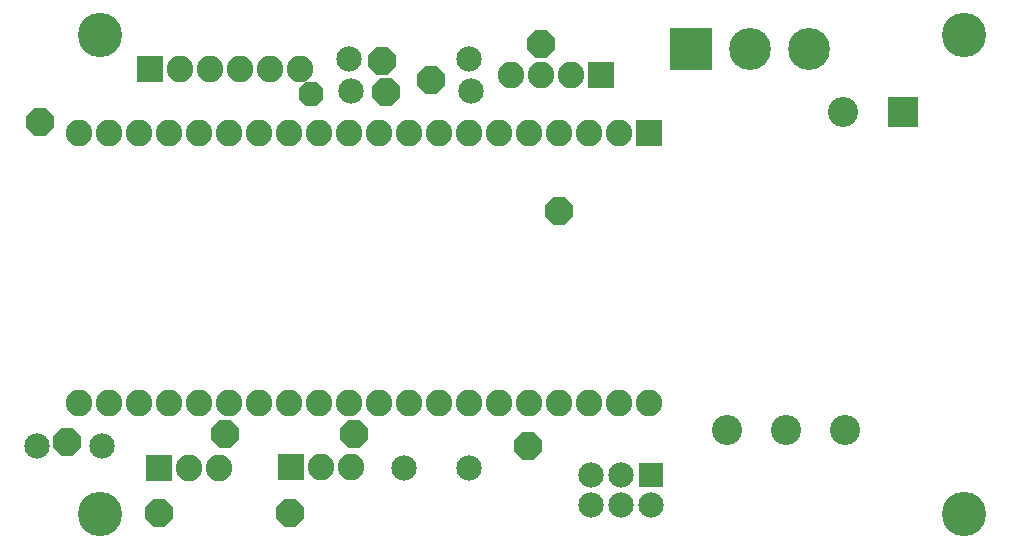
<source format=gbr>
G04 EasyPC Gerber Version 20.0.2 Build 4112 *
%FSLAX35Y35*%
%MOIN*%
%ADD93R,0.08474X0.08474*%
%ADD88R,0.08868X0.08868*%
%ADD86R,0.10049X0.10049*%
%ADD90R,0.13986X0.13986*%
%ADD92C,0.08474*%
%ADD89C,0.08868*%
%ADD87C,0.10049*%
%ADD91C,0.13986*%
%ADD85C,0.14773*%
%AMT95*0 Octagon Pad at angle 0*4,1,8,-0.01673,-0.04040,0.01673,-0.04040,0.04040,-0.01673,0.04040,0.01673,0.01673,0.04040,-0.01673,0.04040,-0.04040,0.01673,-0.04040,-0.01673,-0.01673,-0.04040,0*%
%ADD95T95*%
%AMT94*0 Octagon Pad at angle 0*4,1,8,-0.01917,-0.04631,0.01917,-0.04631,0.04631,-0.01917,0.04631,0.01917,0.01917,0.04631,-0.01917,0.04631,-0.04631,0.01917,-0.04631,-0.01917,-0.01917,-0.04631,0*%
%ADD94T94*%
X0Y0D02*
D02*
D85*
X47286Y12350D03*
Y171838D03*
X335278Y12350D03*
Y171838D03*
D02*
D86*
X314684Y146126D03*
D02*
D87*
X256023Y40220D03*
X275708D03*
X294684Y146126D03*
X295393Y40220D03*
D02*
D88*
X63786Y160600D03*
X66656Y27478D03*
X110683Y27850D03*
X214120Y158469D03*
X230002Y139398D03*
D02*
D89*
X40002Y49398D03*
Y139398D03*
X50002Y49398D03*
Y139398D03*
X60002Y49398D03*
Y139398D03*
X70002Y49398D03*
Y139398D03*
X73786Y160600D03*
X76656Y27478D03*
X80002Y49398D03*
Y139398D03*
X83786Y160600D03*
X86656Y27478D03*
X90002Y49398D03*
Y139398D03*
X93786Y160600D03*
X100002Y49398D03*
Y139398D03*
X103786Y160600D03*
X110002Y49398D03*
Y139398D03*
X113786Y160600D03*
X120002Y49398D03*
Y139398D03*
X120683Y27850D03*
X130002Y49398D03*
Y139398D03*
X130683Y27850D03*
X140002Y49398D03*
Y139398D03*
X150002Y49398D03*
Y139398D03*
X160002Y49398D03*
Y139398D03*
X170002Y49398D03*
Y139398D03*
X180002Y49398D03*
Y139398D03*
X184120Y158469D03*
X190002Y49398D03*
Y139398D03*
X194120Y158469D03*
X200002Y49398D03*
Y139398D03*
X204120Y158469D03*
X210002Y49398D03*
Y139398D03*
X220002Y49398D03*
Y139398D03*
X230002Y49398D03*
D02*
D90*
X244046Y167240D03*
D02*
D91*
X263731D03*
X283417D03*
D02*
D92*
X26079Y35055D03*
X47733D03*
X130036Y163850D03*
X130786Y153350D03*
X148579Y27600D03*
X170036Y163850D03*
X170233Y27600D03*
X170786Y153350D03*
X210786Y15350D03*
Y25350D03*
X220786Y15350D03*
Y25350D03*
X230786Y15350D03*
D02*
D93*
Y25350D03*
D02*
D94*
X27194Y142856D03*
X36156Y36423D03*
X66656Y12600D03*
X88656Y38850D03*
X110406Y12600D03*
X131906Y38850D03*
X141033Y163137D03*
X142536Y152850D03*
X157536Y156850D03*
X189906Y35100D03*
X194120Y169100D03*
X200002Y113350D03*
D02*
D95*
X117536Y152350D03*
X0Y0D02*
M02*

</source>
